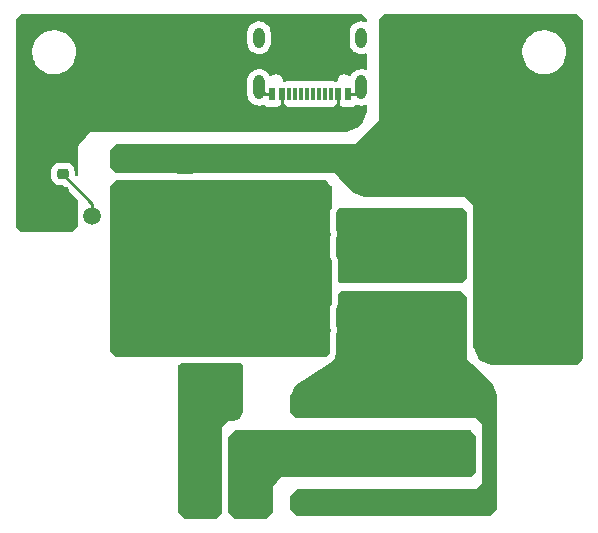
<source format=gtl>
G04 #@! TF.GenerationSoftware,KiCad,Pcbnew,7.0.5*
G04 #@! TF.CreationDate,2024-02-25T22:15:05+02:00*
G04 #@! TF.ProjectId,WTP_receiver,5754505f-7265-4636-9569-7665722e6b69,rev?*
G04 #@! TF.SameCoordinates,Original*
G04 #@! TF.FileFunction,Copper,L1,Top*
G04 #@! TF.FilePolarity,Positive*
%FSLAX46Y46*%
G04 Gerber Fmt 4.6, Leading zero omitted, Abs format (unit mm)*
G04 Created by KiCad (PCBNEW 7.0.5) date 2024-02-25 22:15:05*
%MOMM*%
%LPD*%
G01*
G04 APERTURE LIST*
G04 Aperture macros list*
%AMRoundRect*
0 Rectangle with rounded corners*
0 $1 Rounding radius*
0 $2 $3 $4 $5 $6 $7 $8 $9 X,Y pos of 4 corners*
0 Add a 4 corners polygon primitive as box body*
4,1,4,$2,$3,$4,$5,$6,$7,$8,$9,$2,$3,0*
0 Add four circle primitives for the rounded corners*
1,1,$1+$1,$2,$3*
1,1,$1+$1,$4,$5*
1,1,$1+$1,$6,$7*
1,1,$1+$1,$8,$9*
0 Add four rect primitives between the rounded corners*
20,1,$1+$1,$2,$3,$4,$5,0*
20,1,$1+$1,$4,$5,$6,$7,0*
20,1,$1+$1,$6,$7,$8,$9,0*
20,1,$1+$1,$8,$9,$2,$3,0*%
G04 Aperture macros list end*
G04 #@! TA.AperFunction,ComponentPad*
%ADD10O,0.950000X1.750000*%
G04 #@! TD*
G04 #@! TA.AperFunction,ComponentPad*
%ADD11O,0.950000X2.050000*%
G04 #@! TD*
G04 #@! TA.AperFunction,SMDPad,CuDef*
%ADD12R,0.600000X1.140000*%
G04 #@! TD*
G04 #@! TA.AperFunction,SMDPad,CuDef*
%ADD13R,0.300000X1.140000*%
G04 #@! TD*
G04 #@! TA.AperFunction,ComponentPad*
%ADD14R,1.508000X1.508000*%
G04 #@! TD*
G04 #@! TA.AperFunction,ComponentPad*
%ADD15C,1.508000*%
G04 #@! TD*
G04 #@! TA.AperFunction,SMDPad,CuDef*
%ADD16R,1.440000X1.600000*%
G04 #@! TD*
G04 #@! TA.AperFunction,SMDPad,CuDef*
%ADD17R,4.960000X3.800000*%
G04 #@! TD*
G04 #@! TA.AperFunction,SMDPad,CuDef*
%ADD18R,3.180000X1.070000*%
G04 #@! TD*
G04 #@! TA.AperFunction,SMDPad,CuDef*
%ADD19RoundRect,0.250000X1.100000X-0.325000X1.100000X0.325000X-1.100000X0.325000X-1.100000X-0.325000X0*%
G04 #@! TD*
G04 #@! TA.AperFunction,SMDPad,CuDef*
%ADD20RoundRect,0.250000X-0.650000X1.000000X-0.650000X-1.000000X0.650000X-1.000000X0.650000X1.000000X0*%
G04 #@! TD*
G04 #@! TA.AperFunction,SMDPad,CuDef*
%ADD21RoundRect,0.250000X0.475000X-0.250000X0.475000X0.250000X-0.475000X0.250000X-0.475000X-0.250000X0*%
G04 #@! TD*
G04 #@! TA.AperFunction,SMDPad,CuDef*
%ADD22RoundRect,0.225000X0.250000X-0.225000X0.250000X0.225000X-0.250000X0.225000X-0.250000X-0.225000X0*%
G04 #@! TD*
G04 #@! TA.AperFunction,ViaPad*
%ADD23C,0.685800*%
G04 #@! TD*
G04 #@! TA.AperFunction,Conductor*
%ADD24C,0.250000*%
G04 #@! TD*
G04 APERTURE END LIST*
D10*
X77594250Y-18525000D03*
X86244250Y-18525000D03*
D11*
X77594250Y-22725000D03*
X86244250Y-22725000D03*
D12*
X78719250Y-23275000D03*
X79519250Y-23275000D03*
D13*
X80169250Y-23275000D03*
X80669250Y-23275000D03*
X81169250Y-23275000D03*
X81669250Y-23275000D03*
X83669250Y-23275000D03*
X83169250Y-23275000D03*
X82669250Y-23275000D03*
X82169250Y-23275000D03*
D12*
X84319250Y-23275000D03*
X85119250Y-23275000D03*
D14*
X66040000Y-33622000D03*
D15*
X63500000Y-33622000D03*
X60960000Y-33622000D03*
D16*
X84862000Y-36207000D03*
X84862000Y-34077000D03*
D17*
X81062000Y-35142000D03*
D18*
X90250000Y-52754000D03*
X90250000Y-49750000D03*
X82250000Y-52754000D03*
X82250000Y-49750000D03*
D19*
X79678000Y-31461000D03*
X79678000Y-28511000D03*
D18*
X90250000Y-57752000D03*
X90250000Y-54748000D03*
D20*
X71300000Y-28750000D03*
X71300000Y-32750000D03*
D18*
X86250000Y-52754000D03*
X86250000Y-49750000D03*
D19*
X67200000Y-31475000D03*
X67200000Y-28525000D03*
D18*
X94250000Y-52754000D03*
X94250000Y-49750000D03*
X94250000Y-57752000D03*
X94250000Y-54748000D03*
X86250000Y-57754000D03*
X86250000Y-54750000D03*
D21*
X74344000Y-31190000D03*
X74344000Y-29290000D03*
X82726000Y-31190000D03*
X82726000Y-29290000D03*
X76630000Y-31190000D03*
X76630000Y-29290000D03*
D18*
X82250000Y-57752000D03*
X82250000Y-54748000D03*
D16*
X96546000Y-36207000D03*
X96546000Y-34077000D03*
D17*
X92746000Y-35142000D03*
D22*
X61000000Y-31603000D03*
X61000000Y-30053000D03*
D16*
X84862000Y-44335000D03*
X84862000Y-42205000D03*
D17*
X81062000Y-43270000D03*
D16*
X96546000Y-44335000D03*
X96546000Y-42205000D03*
D17*
X92746000Y-43270000D03*
D23*
X96384000Y-31144000D03*
X97654000Y-27334000D03*
X97654000Y-29874000D03*
X96384000Y-28604000D03*
X100448000Y-31144000D03*
X93590000Y-31144000D03*
X97654000Y-28604000D03*
X96384000Y-23524000D03*
X92320000Y-31144000D03*
X97654000Y-23524000D03*
X96384000Y-29874000D03*
X94860000Y-31144000D03*
X94860000Y-29874000D03*
X100448000Y-29874000D03*
X97654000Y-24794000D03*
X99178000Y-29874000D03*
X97654000Y-26064000D03*
X92320000Y-29874000D03*
X93590000Y-29874000D03*
X96384000Y-27334000D03*
X99178000Y-31144000D03*
X97654000Y-31144000D03*
X96384000Y-26064000D03*
X96384000Y-24794000D03*
X71440000Y-46500000D03*
X87748000Y-36224000D03*
X73980000Y-49040000D03*
X71440000Y-49040000D03*
X87748000Y-33684000D03*
X86478000Y-34954000D03*
X89018000Y-38764000D03*
X87748000Y-34954000D03*
X73980000Y-47770000D03*
X72710000Y-47770000D03*
X71440000Y-50310000D03*
X72710000Y-49040000D03*
X86478000Y-37494000D03*
X89018000Y-36224000D03*
X72710000Y-50310000D03*
X86478000Y-36224000D03*
X89018000Y-33684000D03*
X71440000Y-47770000D03*
X89018000Y-37494000D03*
X86478000Y-38764000D03*
X72710000Y-46500000D03*
X75250000Y-49040000D03*
X89018000Y-34954000D03*
X87748000Y-37494000D03*
X75250000Y-46500000D03*
X73980000Y-46500000D03*
X87748000Y-38764000D03*
X75250000Y-50310000D03*
X75250000Y-47770000D03*
X86478000Y-33684000D03*
X73980000Y-50310000D03*
D24*
X78719250Y-23275000D02*
X78144250Y-23275000D01*
X78144250Y-23275000D02*
X77594250Y-22725000D01*
X85694250Y-23275000D02*
X86244250Y-22725000D01*
X85119250Y-23275000D02*
X85694250Y-23275000D01*
X79519250Y-24095000D02*
X79519250Y-23275000D01*
X80524250Y-25100000D02*
X79519250Y-24095000D01*
X83314250Y-25100000D02*
X80524250Y-25100000D01*
X84319250Y-24095000D02*
X83314250Y-25100000D01*
X84319250Y-23275000D02*
X84319250Y-24095000D01*
X63500000Y-32553000D02*
X63500000Y-33622000D01*
X61000000Y-30053000D02*
X63500000Y-32553000D01*
G04 #@! TA.AperFunction,Conductor*
G36*
X94757677Y-40019685D02*
G01*
X94778319Y-40036319D01*
X95200181Y-40458181D01*
X95233666Y-40519504D01*
X95236500Y-40545862D01*
X95236500Y-44717330D01*
X95246365Y-44817503D01*
X95246367Y-44817514D01*
X95247617Y-44823797D01*
X95250000Y-44847988D01*
X95250000Y-45750000D01*
X95609209Y-46109209D01*
X95609210Y-46109210D01*
X97373348Y-47873348D01*
X97400228Y-47913576D01*
X97740561Y-48735212D01*
X97750000Y-48782665D01*
X97750000Y-58440638D01*
X97730315Y-58507677D01*
X97713681Y-58528319D01*
X97278319Y-58963681D01*
X97216996Y-58997166D01*
X97190638Y-59000000D01*
X80809362Y-59000000D01*
X80742323Y-58980315D01*
X80721681Y-58963681D01*
X80286319Y-58528319D01*
X80252834Y-58466996D01*
X80250000Y-58440638D01*
X80250000Y-57309362D01*
X80269685Y-57242323D01*
X80286319Y-57221681D01*
X80721681Y-56786319D01*
X80783004Y-56752834D01*
X80809362Y-56750000D01*
X95646445Y-56750000D01*
X95646447Y-56750000D01*
X96000000Y-56750000D01*
X96500000Y-56250000D01*
X96500000Y-51250000D01*
X96000000Y-50750000D01*
X95646448Y-50750000D01*
X80809362Y-50750000D01*
X80742323Y-50730315D01*
X80721681Y-50713681D01*
X80286319Y-50278319D01*
X80252834Y-50216996D01*
X80250000Y-50190638D01*
X80250000Y-48789095D01*
X80264672Y-48730585D01*
X80658011Y-47995624D01*
X80698551Y-47950965D01*
X83577318Y-46031788D01*
X83577318Y-46031787D01*
X84000000Y-45750000D01*
X84000000Y-45515176D01*
X84013320Y-45498649D01*
X84045482Y-45454049D01*
X84106198Y-45321100D01*
X84126200Y-45252979D01*
X84147000Y-45108310D01*
X84147000Y-43558271D01*
X84154819Y-43514936D01*
X84166024Y-43484896D01*
X84171813Y-43467502D01*
X84179461Y-43441459D01*
X84188528Y-43405934D01*
X84198955Y-43260149D01*
X84193890Y-43189334D01*
X84162821Y-43046517D01*
X84154816Y-43025056D01*
X84147000Y-42981727D01*
X84147000Y-41436881D01*
X84158206Y-41385369D01*
X84163291Y-41374233D01*
X84214698Y-41261669D01*
X84234700Y-41193548D01*
X84255500Y-41048879D01*
X84255500Y-40303860D01*
X84275185Y-40236822D01*
X84291814Y-40216185D01*
X84471681Y-40036318D01*
X84533004Y-40002834D01*
X84559362Y-40000000D01*
X94690638Y-40000000D01*
X94757677Y-40019685D01*
G37*
G04 #@! TD.AperFunction*
G04 #@! TA.AperFunction,Conductor*
G36*
X86257677Y-16519685D02*
G01*
X86278319Y-16536319D01*
X86713681Y-16971681D01*
X86747166Y-17033004D01*
X86750000Y-17059362D01*
X86750000Y-17079960D01*
X86730315Y-17146999D01*
X86677511Y-17192754D01*
X86608353Y-17202698D01*
X86593811Y-17199006D01*
X86593673Y-17199541D01*
X86587590Y-17197966D01*
X86587586Y-17197964D01*
X86393947Y-17147828D01*
X86393949Y-17147828D01*
X86260769Y-17141074D01*
X86194180Y-17137697D01*
X86194179Y-17137697D01*
X86194177Y-17137697D01*
X85996469Y-17167984D01*
X85996457Y-17167987D01*
X85808893Y-17237454D01*
X85808884Y-17237458D01*
X85639142Y-17343258D01*
X85639136Y-17343262D01*
X85494165Y-17481067D01*
X85494164Y-17481069D01*
X85379894Y-17645244D01*
X85301015Y-17829057D01*
X85260750Y-18024987D01*
X85260750Y-18974878D01*
X85275913Y-19123999D01*
X85335790Y-19314840D01*
X85335797Y-19314855D01*
X85432864Y-19489737D01*
X85432867Y-19489742D01*
X85563155Y-19641508D01*
X85563156Y-19641510D01*
X85647428Y-19706741D01*
X85721331Y-19763946D01*
X85900914Y-19852036D01*
X86094553Y-19902172D01*
X86294320Y-19912303D01*
X86492038Y-19882014D01*
X86582935Y-19848348D01*
X86652636Y-19843525D01*
X86713882Y-19877150D01*
X86747226Y-19938550D01*
X86750000Y-19964630D01*
X86750000Y-21129960D01*
X86730315Y-21196999D01*
X86677511Y-21242754D01*
X86608353Y-21252698D01*
X86593811Y-21249006D01*
X86593673Y-21249541D01*
X86587590Y-21247966D01*
X86587586Y-21247964D01*
X86393947Y-21197828D01*
X86393949Y-21197828D01*
X86260769Y-21191074D01*
X86194180Y-21187697D01*
X86194179Y-21187697D01*
X86194177Y-21187697D01*
X85996469Y-21217984D01*
X85996457Y-21217987D01*
X85808893Y-21287454D01*
X85808884Y-21287458D01*
X85639142Y-21393258D01*
X85639136Y-21393262D01*
X85494165Y-21531067D01*
X85494164Y-21531069D01*
X85379895Y-21695244D01*
X85371051Y-21715852D01*
X85326523Y-21769694D01*
X85259954Y-21790916D01*
X85192479Y-21772779D01*
X85181614Y-21765324D01*
X85099484Y-21702302D01*
X85099480Y-21702300D01*
X85008981Y-21664814D01*
X84959486Y-21644313D01*
X84945421Y-21642461D01*
X84846977Y-21629500D01*
X84846970Y-21629500D01*
X84771530Y-21629500D01*
X84771522Y-21629500D01*
X84659014Y-21644313D01*
X84659013Y-21644313D01*
X84519020Y-21702300D01*
X84519017Y-21702301D01*
X84519017Y-21702302D01*
X84398799Y-21794549D01*
X84333954Y-21879057D01*
X84306550Y-21914770D01*
X84248563Y-22054763D01*
X84248563Y-22054764D01*
X84235307Y-22155451D01*
X84207040Y-22219347D01*
X84148716Y-22257818D01*
X84078851Y-22258649D01*
X84069033Y-22255446D01*
X83928453Y-22203011D01*
X83867904Y-22196500D01*
X83867888Y-22196500D01*
X83470612Y-22196500D01*
X83470605Y-22196500D01*
X83432502Y-22200596D01*
X83405998Y-22200596D01*
X83367894Y-22196500D01*
X83367888Y-22196500D01*
X82970612Y-22196500D01*
X82970605Y-22196500D01*
X82932502Y-22200596D01*
X82905998Y-22200596D01*
X82867894Y-22196500D01*
X82867888Y-22196500D01*
X82470612Y-22196500D01*
X82470605Y-22196500D01*
X82432502Y-22200596D01*
X82405998Y-22200596D01*
X82367894Y-22196500D01*
X82367888Y-22196500D01*
X81970612Y-22196500D01*
X81970605Y-22196500D01*
X81932502Y-22200596D01*
X81905998Y-22200596D01*
X81867894Y-22196500D01*
X81867888Y-22196500D01*
X81470612Y-22196500D01*
X81470605Y-22196500D01*
X81432502Y-22200596D01*
X81405998Y-22200596D01*
X81367894Y-22196500D01*
X81367888Y-22196500D01*
X80970612Y-22196500D01*
X80970605Y-22196500D01*
X80932502Y-22200596D01*
X80905998Y-22200596D01*
X80867894Y-22196500D01*
X80867888Y-22196500D01*
X80470612Y-22196500D01*
X80470605Y-22196500D01*
X80432502Y-22200596D01*
X80405998Y-22200596D01*
X80367894Y-22196500D01*
X80367888Y-22196500D01*
X79970612Y-22196500D01*
X79970595Y-22196500D01*
X79910047Y-22203011D01*
X79910042Y-22203012D01*
X79769465Y-22255446D01*
X79699774Y-22260431D01*
X79638450Y-22226947D01*
X79604965Y-22165624D01*
X79603194Y-22155464D01*
X79589937Y-22054764D01*
X79531948Y-21914767D01*
X79439701Y-21794549D01*
X79319483Y-21702302D01*
X79319479Y-21702300D01*
X79256051Y-21676027D01*
X79179486Y-21644313D01*
X79165421Y-21642461D01*
X79066977Y-21629500D01*
X79066970Y-21629500D01*
X78991530Y-21629500D01*
X78991522Y-21629500D01*
X78879014Y-21644313D01*
X78879013Y-21644313D01*
X78739019Y-21702300D01*
X78739016Y-21702302D01*
X78655145Y-21766659D01*
X78589976Y-21791853D01*
X78521531Y-21777815D01*
X78471542Y-21729001D01*
X78471240Y-21728460D01*
X78405635Y-21610262D01*
X78405632Y-21610257D01*
X78275344Y-21458491D01*
X78275343Y-21458489D01*
X78117171Y-21336055D01*
X78117167Y-21336053D01*
X77937586Y-21247964D01*
X77743947Y-21197828D01*
X77743949Y-21197828D01*
X77610768Y-21191074D01*
X77544180Y-21187697D01*
X77544179Y-21187697D01*
X77544177Y-21187697D01*
X77346469Y-21217984D01*
X77346457Y-21217987D01*
X77158893Y-21287454D01*
X77158884Y-21287458D01*
X76989142Y-21393258D01*
X76989136Y-21393262D01*
X76844165Y-21531067D01*
X76844164Y-21531069D01*
X76729894Y-21695244D01*
X76651015Y-21879057D01*
X76610750Y-22074987D01*
X76610750Y-23324878D01*
X76625913Y-23473999D01*
X76685790Y-23664840D01*
X76685797Y-23664855D01*
X76782864Y-23839737D01*
X76782867Y-23839742D01*
X76913155Y-23991508D01*
X76913156Y-23991510D01*
X77071328Y-24113944D01*
X77071331Y-24113946D01*
X77250914Y-24202036D01*
X77444553Y-24252172D01*
X77644320Y-24262303D01*
X77842038Y-24232014D01*
X77943080Y-24194590D01*
X78012782Y-24189767D01*
X78060454Y-24211603D01*
X78173046Y-24295889D01*
X78310049Y-24346989D01*
X78337300Y-24349918D01*
X78370595Y-24353499D01*
X78370612Y-24353500D01*
X79067888Y-24353500D01*
X79067904Y-24353499D01*
X79094942Y-24350591D01*
X79128451Y-24346989D01*
X79265454Y-24295889D01*
X79382511Y-24208261D01*
X79419983Y-24158203D01*
X79475916Y-24116332D01*
X79545608Y-24111348D01*
X79606931Y-24144833D01*
X79618517Y-24158204D01*
X79655987Y-24208259D01*
X79655988Y-24208259D01*
X79655989Y-24208261D01*
X79773046Y-24295889D01*
X79910049Y-24346989D01*
X79937300Y-24349918D01*
X79970595Y-24353499D01*
X79970612Y-24353500D01*
X80367888Y-24353500D01*
X80367904Y-24353499D01*
X80405993Y-24349404D01*
X80432504Y-24349403D01*
X80434295Y-24349595D01*
X80470612Y-24353500D01*
X80867888Y-24353500D01*
X80867904Y-24353499D01*
X80905993Y-24349404D01*
X80932504Y-24349403D01*
X80934295Y-24349595D01*
X80970612Y-24353500D01*
X81367888Y-24353500D01*
X81367904Y-24353499D01*
X81405993Y-24349404D01*
X81432504Y-24349403D01*
X81434295Y-24349595D01*
X81470612Y-24353500D01*
X81867888Y-24353500D01*
X81867904Y-24353499D01*
X81905993Y-24349404D01*
X81932504Y-24349403D01*
X81934295Y-24349595D01*
X81970612Y-24353500D01*
X82367888Y-24353500D01*
X82367904Y-24353499D01*
X82405993Y-24349404D01*
X82432504Y-24349403D01*
X82434295Y-24349595D01*
X82470612Y-24353500D01*
X82867888Y-24353500D01*
X82867904Y-24353499D01*
X82905993Y-24349404D01*
X82932504Y-24349403D01*
X82934295Y-24349595D01*
X82970612Y-24353500D01*
X83367888Y-24353500D01*
X83367904Y-24353499D01*
X83405993Y-24349404D01*
X83432504Y-24349403D01*
X83434295Y-24349595D01*
X83470612Y-24353500D01*
X83867888Y-24353500D01*
X83867904Y-24353499D01*
X83894942Y-24350591D01*
X83928451Y-24346989D01*
X84065454Y-24295889D01*
X84182511Y-24208261D01*
X84219983Y-24158203D01*
X84275916Y-24116332D01*
X84345608Y-24111348D01*
X84406931Y-24144833D01*
X84418517Y-24158204D01*
X84455987Y-24208259D01*
X84455988Y-24208259D01*
X84455989Y-24208261D01*
X84573046Y-24295889D01*
X84710049Y-24346989D01*
X84737300Y-24349918D01*
X84770595Y-24353499D01*
X84770612Y-24353500D01*
X85467888Y-24353500D01*
X85467904Y-24353499D01*
X85494942Y-24350591D01*
X85528451Y-24346989D01*
X85665454Y-24295889D01*
X85773640Y-24214901D01*
X85839100Y-24190485D01*
X85894490Y-24201273D01*
X85895017Y-24199852D01*
X85900907Y-24202033D01*
X85900908Y-24202033D01*
X85900914Y-24202036D01*
X86094553Y-24252172D01*
X86294320Y-24262303D01*
X86492038Y-24232014D01*
X86582935Y-24198348D01*
X86652636Y-24193525D01*
X86713882Y-24227150D01*
X86747226Y-24288550D01*
X86750000Y-24314630D01*
X86750000Y-24717334D01*
X86740561Y-24764787D01*
X86400228Y-25586423D01*
X86373348Y-25626651D01*
X85876651Y-26123348D01*
X85836423Y-26150228D01*
X85014788Y-26490561D01*
X84967335Y-26500000D01*
X63250000Y-26500000D01*
X62932656Y-26896679D01*
X62932655Y-26896680D01*
X62567345Y-27353318D01*
X62567344Y-27353319D01*
X62250000Y-27750000D01*
X62250000Y-28257997D01*
X62249999Y-28258000D01*
X62250000Y-30107733D01*
X62230315Y-30174772D01*
X62177511Y-30220527D01*
X62108353Y-30230471D01*
X62044797Y-30201446D01*
X62038319Y-30195414D01*
X62019819Y-30176914D01*
X61986334Y-30115591D01*
X61983500Y-30089233D01*
X61983500Y-29779133D01*
X61983499Y-29779120D01*
X61974846Y-29694426D01*
X61973236Y-29678664D01*
X61919302Y-29515899D01*
X61919298Y-29515893D01*
X61919297Y-29515890D01*
X61829287Y-29369963D01*
X61829284Y-29369959D01*
X61708040Y-29248715D01*
X61708036Y-29248712D01*
X61562109Y-29158702D01*
X61562103Y-29158699D01*
X61562101Y-29158698D01*
X61399336Y-29104764D01*
X61298879Y-29094500D01*
X61298872Y-29094500D01*
X60701128Y-29094500D01*
X60701120Y-29094500D01*
X60600663Y-29104764D01*
X60437901Y-29158697D01*
X60437890Y-29158702D01*
X60291963Y-29248712D01*
X60291959Y-29248715D01*
X60170715Y-29369959D01*
X60170712Y-29369963D01*
X60080702Y-29515890D01*
X60080697Y-29515901D01*
X60026764Y-29678663D01*
X60016500Y-29779120D01*
X60016500Y-30326879D01*
X60026764Y-30427336D01*
X60080697Y-30590098D01*
X60080702Y-30590109D01*
X60170712Y-30736036D01*
X60170715Y-30736040D01*
X60291959Y-30857284D01*
X60291963Y-30857287D01*
X60437890Y-30947297D01*
X60437893Y-30947298D01*
X60437899Y-30947302D01*
X60600664Y-31001236D01*
X60701128Y-31011500D01*
X61011234Y-31011500D01*
X61078273Y-31031185D01*
X61098914Y-31047818D01*
X62213681Y-32162586D01*
X62247166Y-32223908D01*
X62250000Y-32250266D01*
X62250000Y-33421286D01*
X62249764Y-33426692D01*
X62232677Y-33621997D01*
X62232677Y-33622001D01*
X62249764Y-33817306D01*
X62250000Y-33822712D01*
X62250000Y-34440638D01*
X62230315Y-34507677D01*
X62213681Y-34528319D01*
X61778319Y-34963681D01*
X61716996Y-34997166D01*
X61690638Y-35000000D01*
X57559362Y-35000000D01*
X57492323Y-34980315D01*
X57471681Y-34963681D01*
X57036819Y-34528819D01*
X57003334Y-34467496D01*
X57000500Y-34441138D01*
X57000500Y-19817763D01*
X58395787Y-19817763D01*
X58425413Y-20087013D01*
X58425415Y-20087024D01*
X58493926Y-20349082D01*
X58493928Y-20349088D01*
X58599870Y-20598390D01*
X58671998Y-20716575D01*
X58740979Y-20829605D01*
X58740986Y-20829615D01*
X58914253Y-21037819D01*
X58914259Y-21037824D01*
X59019240Y-21131887D01*
X59115998Y-21218582D01*
X59341910Y-21368044D01*
X59587176Y-21483020D01*
X59587183Y-21483022D01*
X59587185Y-21483023D01*
X59846557Y-21561057D01*
X59846564Y-21561058D01*
X59846569Y-21561060D01*
X60114561Y-21600500D01*
X60114566Y-21600500D01*
X60317629Y-21600500D01*
X60317631Y-21600500D01*
X60317636Y-21600499D01*
X60317648Y-21600499D01*
X60355191Y-21597750D01*
X60520156Y-21585677D01*
X60632758Y-21560593D01*
X60784546Y-21526782D01*
X60784548Y-21526781D01*
X60784553Y-21526780D01*
X61037558Y-21430014D01*
X61273777Y-21297441D01*
X61488177Y-21131888D01*
X61676186Y-20936881D01*
X61833799Y-20716579D01*
X61907787Y-20572669D01*
X61957649Y-20475690D01*
X61957651Y-20475684D01*
X61957656Y-20475675D01*
X62045118Y-20219305D01*
X62094319Y-19952933D01*
X62104212Y-19682235D01*
X62074586Y-19412982D01*
X62006072Y-19150912D01*
X61931266Y-18974878D01*
X76610750Y-18974878D01*
X76625913Y-19123999D01*
X76685790Y-19314840D01*
X76685797Y-19314855D01*
X76782864Y-19489737D01*
X76782867Y-19489742D01*
X76913155Y-19641508D01*
X76913156Y-19641510D01*
X76997428Y-19706741D01*
X77071331Y-19763946D01*
X77250914Y-19852036D01*
X77444553Y-19902172D01*
X77644320Y-19912303D01*
X77842038Y-19882014D01*
X78029611Y-19812544D01*
X78199361Y-19706739D01*
X78344337Y-19568929D01*
X78458605Y-19404756D01*
X78537485Y-19220942D01*
X78577750Y-19025012D01*
X78577750Y-18075123D01*
X78571838Y-18016980D01*
X78562586Y-17926000D01*
X78502709Y-17735159D01*
X78502707Y-17735155D01*
X78502706Y-17735151D01*
X78405634Y-17560260D01*
X78405633Y-17560259D01*
X78405632Y-17560257D01*
X78275344Y-17408491D01*
X78275343Y-17408489D01*
X78117171Y-17286055D01*
X78117167Y-17286053D01*
X77937586Y-17197964D01*
X77743947Y-17147828D01*
X77743949Y-17147828D01*
X77610768Y-17141074D01*
X77544180Y-17137697D01*
X77544179Y-17137697D01*
X77544177Y-17137697D01*
X77346469Y-17167984D01*
X77346457Y-17167987D01*
X77158893Y-17237454D01*
X77158884Y-17237458D01*
X76989142Y-17343258D01*
X76989136Y-17343262D01*
X76844165Y-17481067D01*
X76844164Y-17481069D01*
X76729894Y-17645244D01*
X76651015Y-17829057D01*
X76610750Y-18024987D01*
X76610750Y-18974878D01*
X61931266Y-18974878D01*
X61900130Y-18901610D01*
X61759018Y-18670390D01*
X61669747Y-18563119D01*
X61585746Y-18462180D01*
X61585740Y-18462175D01*
X61384002Y-18281418D01*
X61158092Y-18131957D01*
X61158090Y-18131956D01*
X60912824Y-18016980D01*
X60912819Y-18016978D01*
X60912814Y-18016976D01*
X60653442Y-17938942D01*
X60653428Y-17938939D01*
X60537791Y-17921921D01*
X60385439Y-17899500D01*
X60182369Y-17899500D01*
X60182351Y-17899500D01*
X59979844Y-17914323D01*
X59979831Y-17914325D01*
X59715453Y-17973217D01*
X59715446Y-17973220D01*
X59462439Y-18069987D01*
X59226226Y-18202557D01*
X59011822Y-18368112D01*
X58823822Y-18563109D01*
X58823816Y-18563116D01*
X58666202Y-18783419D01*
X58666199Y-18783424D01*
X58542350Y-19024309D01*
X58542343Y-19024327D01*
X58454884Y-19280685D01*
X58454881Y-19280699D01*
X58405681Y-19547068D01*
X58405680Y-19547075D01*
X58395787Y-19817763D01*
X57000500Y-19817763D01*
X57000500Y-17058861D01*
X57020185Y-16991822D01*
X57036814Y-16971185D01*
X57471680Y-16536319D01*
X57533004Y-16502834D01*
X57559362Y-16500000D01*
X86190638Y-16500000D01*
X86257677Y-16519685D01*
G37*
G04 #@! TD.AperFunction*
G04 #@! TA.AperFunction,Conductor*
G36*
X104507677Y-16519685D02*
G01*
X104528319Y-16536319D01*
X104963182Y-16971182D01*
X104996666Y-17032503D01*
X104999500Y-17058861D01*
X104999500Y-45691137D01*
X104979815Y-45758176D01*
X104963181Y-45778818D01*
X104528319Y-46213681D01*
X104466996Y-46247166D01*
X104440638Y-46250000D01*
X97282665Y-46250000D01*
X97235212Y-46240561D01*
X96413576Y-45900228D01*
X96373348Y-45873348D01*
X96126651Y-45626651D01*
X96099771Y-45586423D01*
X95759439Y-44764787D01*
X95750000Y-44717334D01*
X95750000Y-33258001D01*
X95750000Y-33258000D01*
X95750000Y-33257999D01*
X95750000Y-32750000D01*
X95000000Y-32000000D01*
X94492001Y-32000000D01*
X86532665Y-32000000D01*
X86485212Y-31990561D01*
X85663576Y-31650228D01*
X85623348Y-31623348D01*
X84359210Y-30359210D01*
X84000000Y-30000000D01*
X83492001Y-30000000D01*
X65559362Y-30000000D01*
X65492323Y-29980315D01*
X65471681Y-29963681D01*
X65036319Y-29528319D01*
X65002834Y-29466996D01*
X65000000Y-29440638D01*
X65000000Y-28059361D01*
X65019685Y-27992322D01*
X65036314Y-27971685D01*
X65471680Y-27536319D01*
X65533004Y-27502834D01*
X65559362Y-27500000D01*
X85241998Y-27500000D01*
X85242000Y-27500000D01*
X85750000Y-27500000D01*
X87750000Y-25500000D01*
X87750000Y-19817763D01*
X99895787Y-19817763D01*
X99925413Y-20087013D01*
X99925415Y-20087024D01*
X99993926Y-20349082D01*
X99993928Y-20349088D01*
X100099870Y-20598390D01*
X100171998Y-20716575D01*
X100240979Y-20829605D01*
X100240986Y-20829615D01*
X100414253Y-21037819D01*
X100414259Y-21037824D01*
X100615998Y-21218582D01*
X100841910Y-21368044D01*
X101087176Y-21483020D01*
X101087183Y-21483022D01*
X101087185Y-21483023D01*
X101346557Y-21561057D01*
X101346564Y-21561058D01*
X101346569Y-21561060D01*
X101614561Y-21600500D01*
X101614566Y-21600500D01*
X101817629Y-21600500D01*
X101817631Y-21600500D01*
X101817636Y-21600499D01*
X101817648Y-21600499D01*
X101855191Y-21597750D01*
X102020156Y-21585677D01*
X102132758Y-21560593D01*
X102284546Y-21526782D01*
X102284548Y-21526781D01*
X102284553Y-21526780D01*
X102537558Y-21430014D01*
X102773777Y-21297441D01*
X102988177Y-21131888D01*
X103176186Y-20936881D01*
X103333799Y-20716579D01*
X103407787Y-20572669D01*
X103457649Y-20475690D01*
X103457651Y-20475684D01*
X103457656Y-20475675D01*
X103545118Y-20219305D01*
X103594319Y-19952933D01*
X103604212Y-19682235D01*
X103574586Y-19412982D01*
X103506072Y-19150912D01*
X103400130Y-18901610D01*
X103259018Y-18670390D01*
X103169747Y-18563119D01*
X103085746Y-18462180D01*
X103085740Y-18462175D01*
X102884002Y-18281418D01*
X102658092Y-18131957D01*
X102658090Y-18131956D01*
X102412824Y-18016980D01*
X102412819Y-18016978D01*
X102412814Y-18016976D01*
X102153442Y-17938942D01*
X102153428Y-17938939D01*
X102037791Y-17921921D01*
X101885439Y-17899500D01*
X101682369Y-17899500D01*
X101682351Y-17899500D01*
X101479844Y-17914323D01*
X101479831Y-17914325D01*
X101215453Y-17973217D01*
X101215446Y-17973220D01*
X100962439Y-18069987D01*
X100726226Y-18202557D01*
X100511822Y-18368112D01*
X100323822Y-18563109D01*
X100323816Y-18563116D01*
X100166202Y-18783419D01*
X100166199Y-18783424D01*
X100042350Y-19024309D01*
X100042343Y-19024327D01*
X99954884Y-19280685D01*
X99954881Y-19280699D01*
X99905681Y-19547068D01*
X99905680Y-19547075D01*
X99895787Y-19817763D01*
X87750000Y-19817763D01*
X87750000Y-17059362D01*
X87769685Y-16992323D01*
X87786319Y-16971681D01*
X88221681Y-16536319D01*
X88283004Y-16502834D01*
X88309362Y-16500000D01*
X104440638Y-16500000D01*
X104507677Y-16519685D01*
G37*
G04 #@! TD.AperFunction*
G04 #@! TA.AperFunction,Conductor*
G36*
X95507677Y-51769685D02*
G01*
X95528319Y-51786319D01*
X95950181Y-52208181D01*
X95983666Y-52269504D01*
X95986500Y-52295862D01*
X95986500Y-55204137D01*
X95966815Y-55271176D01*
X95950181Y-55291818D01*
X95528319Y-55713681D01*
X95466996Y-55747166D01*
X95440638Y-55750000D01*
X79500000Y-55750000D01*
X79140790Y-56109209D01*
X79140789Y-56109210D01*
X79109210Y-56140789D01*
X79109209Y-56140790D01*
X78750000Y-56500000D01*
X78750000Y-57007998D01*
X78750000Y-58690638D01*
X78730315Y-58757677D01*
X78713681Y-58778319D01*
X78278319Y-59213681D01*
X78216996Y-59247166D01*
X78190638Y-59250000D01*
X75559362Y-59250000D01*
X75492323Y-59230315D01*
X75471681Y-59213681D01*
X75049213Y-58791213D01*
X75015728Y-58729890D01*
X75013211Y-58694678D01*
X75013500Y-58690638D01*
X75013500Y-52295862D01*
X75033185Y-52228823D01*
X75049819Y-52208181D01*
X75471681Y-51786319D01*
X75533004Y-51752834D01*
X75559362Y-51750000D01*
X95440638Y-51750000D01*
X95507677Y-51769685D01*
G37*
G04 #@! TD.AperFunction*
G04 #@! TA.AperFunction,Conductor*
G36*
X76081177Y-46093185D02*
G01*
X76101819Y-46109819D01*
X76213681Y-46221681D01*
X76247166Y-46283004D01*
X76250000Y-46309362D01*
X76250000Y-50121781D01*
X76240561Y-50169234D01*
X76019655Y-50702547D01*
X75975814Y-50756950D01*
X75952547Y-50769655D01*
X75419235Y-50990561D01*
X75371782Y-51000000D01*
X75000000Y-51000000D01*
X74500000Y-51500000D01*
X74500000Y-51853551D01*
X74500000Y-58690638D01*
X74480315Y-58757677D01*
X74463681Y-58778319D01*
X74028319Y-59213681D01*
X73966996Y-59247166D01*
X73940638Y-59250000D01*
X71309362Y-59250000D01*
X71242323Y-59230315D01*
X71221681Y-59213681D01*
X70786319Y-58778319D01*
X70752834Y-58716996D01*
X70750000Y-58690638D01*
X70750000Y-46309362D01*
X70769685Y-46242323D01*
X70786319Y-46221681D01*
X70898181Y-46109819D01*
X70959504Y-46076334D01*
X70985862Y-46073500D01*
X76014138Y-46073500D01*
X76081177Y-46093185D01*
G37*
G04 #@! TD.AperFunction*
G04 #@! TA.AperFunction,Conductor*
G36*
X94875931Y-32942002D02*
G01*
X94896905Y-32958905D01*
X95199595Y-33261595D01*
X95233621Y-33323907D01*
X95236500Y-33350690D01*
X95236500Y-38843309D01*
X95216498Y-38911430D01*
X95199596Y-38932404D01*
X94896903Y-39235096D01*
X94834593Y-39269120D01*
X94807810Y-39272000D01*
X84498190Y-39272000D01*
X84430069Y-39251998D01*
X84409099Y-39235099D01*
X84292403Y-39118403D01*
X84258379Y-39056092D01*
X84255500Y-39029309D01*
X84255500Y-37358544D01*
X84255500Y-37358538D01*
X84255336Y-37349374D01*
X84254852Y-37335805D01*
X84253871Y-37317496D01*
X84222802Y-37174679D01*
X84222802Y-37174677D01*
X84197994Y-37108167D01*
X84197989Y-37108155D01*
X84162413Y-37043003D01*
X84147000Y-36982617D01*
X84147000Y-35430633D01*
X84154944Y-35386600D01*
X84166024Y-35356894D01*
X84171813Y-35339501D01*
X84179461Y-35313458D01*
X84188528Y-35277933D01*
X84198955Y-35132148D01*
X84193890Y-35061332D01*
X84162821Y-34918515D01*
X84154942Y-34897392D01*
X84147000Y-34853369D01*
X84147000Y-33309315D01*
X84158386Y-33256975D01*
X84163683Y-33245375D01*
X84188753Y-33190479D01*
X84214265Y-33153734D01*
X84409095Y-32958904D01*
X84471408Y-32924879D01*
X84498191Y-32922000D01*
X94807810Y-32922000D01*
X94875931Y-32942002D01*
G37*
G04 #@! TD.AperFunction*
G04 #@! TA.AperFunction,Conductor*
G36*
X83249931Y-30594002D02*
G01*
X83270899Y-30610899D01*
X83705097Y-31045097D01*
X83739120Y-31107406D01*
X83742000Y-31134189D01*
X83742000Y-32920879D01*
X83721998Y-32989000D01*
X83716868Y-32996388D01*
X83691112Y-33030792D01*
X83691110Y-33030797D01*
X83640011Y-33167795D01*
X83640009Y-33167803D01*
X83633500Y-33228350D01*
X83633500Y-34925649D01*
X83640009Y-34986196D01*
X83640010Y-34986197D01*
X83681698Y-35097966D01*
X83686763Y-35168782D01*
X83681698Y-35186031D01*
X83640010Y-35297799D01*
X83640009Y-35297803D01*
X83633500Y-35358350D01*
X83633500Y-37055649D01*
X83640009Y-37116196D01*
X83640011Y-37116204D01*
X83691109Y-37253201D01*
X83691110Y-37253202D01*
X83691111Y-37253204D01*
X83716868Y-37287611D01*
X83741679Y-37354131D01*
X83742000Y-37363120D01*
X83742000Y-41048879D01*
X83721998Y-41117000D01*
X83716868Y-41124388D01*
X83691112Y-41158792D01*
X83691110Y-41158797D01*
X83640011Y-41295795D01*
X83640009Y-41295803D01*
X83633500Y-41356350D01*
X83633500Y-43053649D01*
X83640009Y-43114196D01*
X83640010Y-43114199D01*
X83681698Y-43225968D01*
X83686763Y-43296783D01*
X83681698Y-43314032D01*
X83640010Y-43425800D01*
X83640009Y-43425803D01*
X83633500Y-43486350D01*
X83633500Y-45108310D01*
X83613498Y-45176431D01*
X83596595Y-45197405D01*
X83270905Y-45523095D01*
X83208593Y-45557121D01*
X83181810Y-45560000D01*
X65538190Y-45560000D01*
X65470069Y-45539998D01*
X65449095Y-45523095D01*
X65014905Y-45088905D01*
X64980879Y-45026593D01*
X64978000Y-44999810D01*
X64978000Y-31134190D01*
X64998002Y-31066069D01*
X65014905Y-31045095D01*
X65449095Y-30610905D01*
X65511407Y-30576879D01*
X65538190Y-30574000D01*
X83181810Y-30574000D01*
X83249931Y-30594002D01*
G37*
G04 #@! TD.AperFunction*
M02*

</source>
